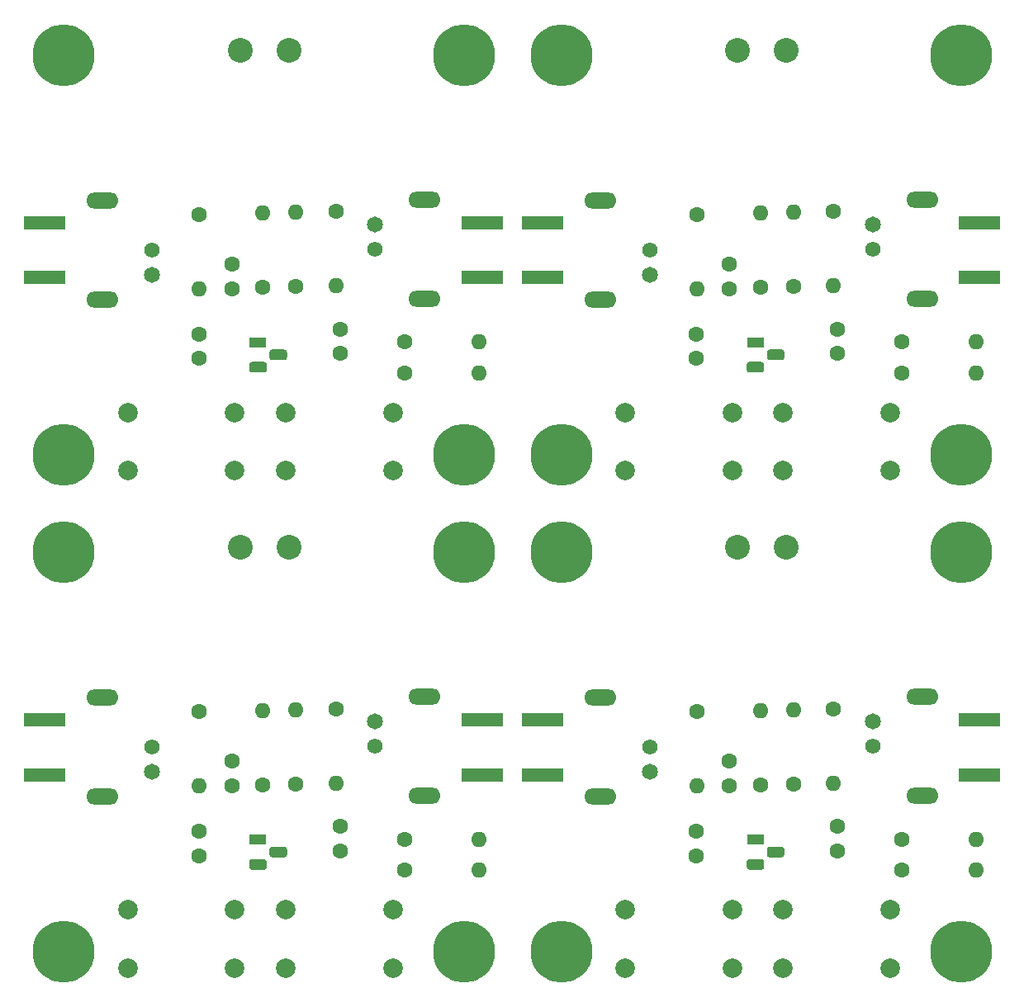
<source format=gbs>
%MOIN*%
%OFA0B0*%
%FSLAX46Y46*%
%IPPOS*%
%LPD*%
%ADD10C,0.25*%
%ADD11C,0.062992125984251982*%
%ADD12C,0.062*%
%ADD13C,0.065*%
%ADD14O,0.13X0.065*%
%ADD15R,0.070866141732283464X0.043307086614173235*%
%ADD16O,0.062992125984251982X0.062992125984251982*%
%ADD17C,0.07874015748031496*%
%ADD18R,0.16535433070866143X0.053149606299212608*%
%ADD19C,0.1*%
%ADD30C,0.25*%
%ADD31C,0.062992125984251982*%
%ADD32C,0.062*%
%ADD33C,0.065*%
%ADD34O,0.13X0.065*%
%ADD35R,0.070866141732283464X0.043307086614173235*%
%ADD36O,0.062992125984251982X0.062992125984251982*%
%ADD37C,0.07874015748031496*%
%ADD38R,0.16535433070866143X0.053149606299212608*%
%ADD39C,0.1*%
%ADD40C,0.25*%
%ADD41C,0.062992125984251982*%
%ADD42C,0.062*%
%ADD43C,0.065*%
%ADD44O,0.13X0.065*%
%ADD45R,0.070866141732283464X0.043307086614173235*%
%ADD46O,0.062992125984251982X0.062992125984251982*%
%ADD47C,0.07874015748031496*%
%ADD48R,0.16535433070866143X0.053149606299212608*%
%ADD49C,0.1*%
%ADD50C,0.25*%
%ADD51C,0.062992125984251982*%
%ADD52C,0.062*%
%ADD53C,0.065*%
%ADD54O,0.13X0.065*%
%ADD55R,0.070866141732283464X0.043307086614173235*%
%ADD56O,0.062992125984251982X0.062992125984251982*%
%ADD57C,0.07874015748031496*%
%ADD58R,0.16535433070866143X0.053149606299212608*%
%ADD59C,0.1*%
G01*
D10*
X-0002600000Y0003329133D02*
X0000157480Y0001771653D03*
X0001771653Y0001771653D03*
X0000157480Y0000157480D03*
X0001771653Y0000157480D03*
D11*
X0000701999Y0000645559D03*
X0000701999Y0000547133D03*
X0001271999Y0000567133D03*
X0001271999Y0000665559D03*
X0000834999Y0000829133D03*
X0000834999Y0000927559D03*
D12*
X0000513999Y0000985133D03*
D13*
X0000513999Y0000885133D03*
D14*
X0000314000Y0000785133D03*
X0000314000Y0001185133D03*
X0001613999Y0000788133D03*
X0001613999Y0001188133D03*
D13*
X0001414000Y0001088133D03*
D12*
X0001414000Y0000988133D03*
G36*
G01*
X0000998141Y0000582787D02*
X0001047354Y0000582787D01*
G75*
G02*
X0001058181Y0000571960J-0000010826D01*
G01*
X0001058181Y0000550307D01*
G75*
G02*
X0001047354Y0000539480I-0000010826D01*
G01*
X0000998141Y0000539480D01*
G75*
G02*
X0000987314Y0000550307J0000010826D01*
G01*
X0000987314Y0000571960D01*
G75*
G02*
X0000998141Y0000582787I0000010826D01*
G01*
G37*
G36*
G01*
X0000916645Y0000532787D02*
X0000965858Y0000532787D01*
G75*
G02*
X0000976685Y0000521960J-0000010826D01*
G01*
X0000976685Y0000500307D01*
G75*
G02*
X0000965858Y0000489480I-0000010826D01*
G01*
X0000916645Y0000489480D01*
G75*
G02*
X0000905818Y0000500307J0000010826D01*
G01*
X0000905818Y0000521960D01*
G75*
G02*
X0000916645Y0000532787I0000010826D01*
G01*
G37*
D15*
X0000941251Y0000611133D03*
D16*
X0001254999Y0000840133D03*
D11*
X0001254999Y0001140133D03*
X0001093999Y0000837133D03*
D16*
X0001093999Y0001137133D03*
X0000960999Y0001133133D03*
D11*
X0000960999Y0000833133D03*
X0000703999Y0001129133D03*
D16*
X0000703999Y0000829133D03*
D11*
X0001531999Y0000489133D03*
D16*
X0001831999Y0000489133D03*
X0001831999Y0000613133D03*
D11*
X0001531999Y0000613133D03*
D17*
X0001051999Y0000093133D03*
X0001485070Y0000093133D03*
X0001051999Y0000329354D03*
X0001485070Y0000329354D03*
X0000848070Y0000329354D03*
X0000414999Y0000329354D03*
X0000848070Y0000093133D03*
X0000414999Y0000093133D03*
D18*
X0000080999Y0001095354D03*
X0000080999Y0000872913D03*
X0001845999Y0001095472D03*
X0001845999Y0000873031D03*
D19*
X0001066850Y0001791133D03*
X0000870000Y0001791133D03*
G04 next file*
G04 Gerber Fmt 4.6, Leading zero omitted, Abs format (unit mm)*
G04 Created by KiCad (PCBNEW (5.1.10)-1) date 2021-09-22 18:06:51*
G01*
G04 APERTURE LIST*
G04 APERTURE END LIST*
D30*
X-0000592125Y0003329133D02*
X0002165354Y0001771653D03*
X0003779527Y0001771653D03*
X0002165354Y0000157480D03*
X0003779527Y0000157480D03*
D31*
X0002709874Y0000645559D03*
X0002709874Y0000547133D03*
X0003279873Y0000567133D03*
X0003279873Y0000665559D03*
X0002842873Y0000829133D03*
X0002842873Y0000927559D03*
D32*
X0002521874Y0000985133D03*
D33*
X0002521874Y0000885133D03*
D34*
X0002321874Y0000785133D03*
X0002321874Y0001185133D03*
X0003621874Y0000788133D03*
X0003621874Y0001188133D03*
D33*
X0003421874Y0001088133D03*
D32*
X0003421874Y0000988133D03*
G36*
G01*
X0003006015Y0000582787D02*
X0003055228Y0000582787D01*
G75*
G02*
X0003066055Y0000571960J-0000010826D01*
G01*
X0003066055Y0000550307D01*
G75*
G02*
X0003055228Y0000539480I-0000010826D01*
G01*
X0003006015Y0000539480D01*
G75*
G02*
X0002995188Y0000550307J0000010826D01*
G01*
X0002995188Y0000571960D01*
G75*
G02*
X0003006015Y0000582787I0000010826D01*
G01*
G37*
G36*
G01*
X0002924519Y0000532787D02*
X0002973732Y0000532787D01*
G75*
G02*
X0002984559Y0000521960J-0000010826D01*
G01*
X0002984559Y0000500307D01*
G75*
G02*
X0002973732Y0000489480I-0000010826D01*
G01*
X0002924519Y0000489480D01*
G75*
G02*
X0002913692Y0000500307J0000010826D01*
G01*
X0002913692Y0000521960D01*
G75*
G02*
X0002924519Y0000532787I0000010826D01*
G01*
G37*
D35*
X0002949125Y0000611133D03*
D36*
X0003262874Y0000840133D03*
D31*
X0003262874Y0001140133D03*
X0003101874Y0000837133D03*
D36*
X0003101874Y0001137133D03*
X0002968873Y0001133133D03*
D31*
X0002968873Y0000833133D03*
X0002711873Y0001129133D03*
D36*
X0002711873Y0000829133D03*
D31*
X0003539873Y0000489133D03*
D36*
X0003839874Y0000489133D03*
X0003839874Y0000613133D03*
D31*
X0003539873Y0000613133D03*
D37*
X0003059874Y0000093133D03*
X0003492944Y0000093133D03*
X0003059874Y0000329354D03*
X0003492944Y0000329354D03*
X0002855944Y0000329354D03*
X0002422874Y0000329354D03*
X0002855944Y0000093133D03*
X0002422874Y0000093133D03*
D38*
X0002088873Y0001095354D03*
X0002088873Y0000872913D03*
X0003853873Y0001095472D03*
X0003853873Y0000873031D03*
D39*
X0003074724Y0001791133D03*
X0002877874Y0001791133D03*
G04 next file*
G04 Gerber Fmt 4.6, Leading zero omitted, Abs format (unit mm)*
G04 Created by KiCad (PCBNEW (5.1.10)-1) date 2021-09-22 18:06:51*
G01*
G04 APERTURE LIST*
G04 APERTURE END LIST*
D40*
X-0002600000Y0005337007D02*
X0000157480Y0003779527D03*
X0001771653Y0003779527D03*
X0000157480Y0002165354D03*
X0001771653Y0002165354D03*
D41*
X0000701999Y0002653433D03*
X0000701999Y0002555007D03*
X0001271999Y0002575007D03*
X0001271999Y0002673433D03*
X0000834999Y0002837007D03*
X0000834999Y0002935433D03*
D42*
X0000513999Y0002993007D03*
D43*
X0000513999Y0002893007D03*
D44*
X0000314000Y0002793007D03*
X0000314000Y0003193007D03*
X0001613999Y0002796007D03*
X0001613999Y0003196007D03*
D43*
X0001414000Y0003096007D03*
D42*
X0001414000Y0002996007D03*
G36*
G01*
X0000998141Y0002590661D02*
X0001047354Y0002590661D01*
G75*
G02*
X0001058181Y0002579834J-0000010826D01*
G01*
X0001058181Y0002558181D01*
G75*
G02*
X0001047354Y0002547354I-0000010826D01*
G01*
X0000998141Y0002547354D01*
G75*
G02*
X0000987314Y0002558181J0000010826D01*
G01*
X0000987314Y0002579834D01*
G75*
G02*
X0000998141Y0002590661I0000010826D01*
G01*
G37*
G36*
G01*
X0000916645Y0002540661D02*
X0000965858Y0002540661D01*
G75*
G02*
X0000976685Y0002529834J-0000010826D01*
G01*
X0000976685Y0002508181D01*
G75*
G02*
X0000965858Y0002497354I-0000010826D01*
G01*
X0000916645Y0002497354D01*
G75*
G02*
X0000905818Y0002508181J0000010826D01*
G01*
X0000905818Y0002529834D01*
G75*
G02*
X0000916645Y0002540661I0000010826D01*
G01*
G37*
D45*
X0000941251Y0002619007D03*
D46*
X0001254999Y0002848007D03*
D41*
X0001254999Y0003148007D03*
X0001093999Y0002845007D03*
D46*
X0001093999Y0003145007D03*
X0000960999Y0003141007D03*
D41*
X0000960999Y0002841007D03*
X0000703999Y0003137007D03*
D46*
X0000703999Y0002837007D03*
D41*
X0001531999Y0002497007D03*
D46*
X0001831999Y0002497007D03*
X0001831999Y0002621007D03*
D41*
X0001531999Y0002621007D03*
D47*
X0001051999Y0002101007D03*
X0001485070Y0002101007D03*
X0001051999Y0002337228D03*
X0001485070Y0002337228D03*
X0000848070Y0002337228D03*
X0000414999Y0002337228D03*
X0000848070Y0002101007D03*
X0000414999Y0002101007D03*
D48*
X0000080999Y0003103228D03*
X0000080999Y0002880787D03*
X0001845999Y0003103346D03*
X0001845999Y0002880905D03*
D49*
X0001066850Y0003799007D03*
X0000870000Y0003799007D03*
G04 next file*
G04 Gerber Fmt 4.6, Leading zero omitted, Abs format (unit mm)*
G04 Created by KiCad (PCBNEW (5.1.10)-1) date 2021-09-22 18:06:51*
G01*
G04 APERTURE LIST*
G04 APERTURE END LIST*
D50*
X-0000592125Y0005337007D02*
X0002165354Y0003779527D03*
X0003779527Y0003779527D03*
X0002165354Y0002165354D03*
X0003779527Y0002165354D03*
D51*
X0002709874Y0002653433D03*
X0002709874Y0002555007D03*
X0003279873Y0002575007D03*
X0003279873Y0002673433D03*
X0002842873Y0002837007D03*
X0002842873Y0002935433D03*
D52*
X0002521874Y0002993007D03*
D53*
X0002521874Y0002893007D03*
D54*
X0002321874Y0002793007D03*
X0002321874Y0003193007D03*
X0003621874Y0002796007D03*
X0003621874Y0003196007D03*
D53*
X0003421874Y0003096007D03*
D52*
X0003421874Y0002996007D03*
G36*
G01*
X0003006015Y0002590661D02*
X0003055228Y0002590661D01*
G75*
G02*
X0003066055Y0002579834J-0000010826D01*
G01*
X0003066055Y0002558181D01*
G75*
G02*
X0003055228Y0002547354I-0000010826D01*
G01*
X0003006015Y0002547354D01*
G75*
G02*
X0002995188Y0002558181J0000010826D01*
G01*
X0002995188Y0002579834D01*
G75*
G02*
X0003006015Y0002590661I0000010826D01*
G01*
G37*
G36*
G01*
X0002924519Y0002540661D02*
X0002973732Y0002540661D01*
G75*
G02*
X0002984559Y0002529834J-0000010826D01*
G01*
X0002984559Y0002508181D01*
G75*
G02*
X0002973732Y0002497354I-0000010826D01*
G01*
X0002924519Y0002497354D01*
G75*
G02*
X0002913692Y0002508181J0000010826D01*
G01*
X0002913692Y0002529834D01*
G75*
G02*
X0002924519Y0002540661I0000010826D01*
G01*
G37*
D55*
X0002949125Y0002619007D03*
D56*
X0003262874Y0002848007D03*
D51*
X0003262874Y0003148007D03*
X0003101874Y0002845007D03*
D56*
X0003101874Y0003145007D03*
X0002968873Y0003141007D03*
D51*
X0002968873Y0002841007D03*
X0002711873Y0003137007D03*
D56*
X0002711873Y0002837007D03*
D51*
X0003539873Y0002497007D03*
D56*
X0003839874Y0002497007D03*
X0003839874Y0002621007D03*
D51*
X0003539873Y0002621007D03*
D57*
X0003059874Y0002101007D03*
X0003492944Y0002101007D03*
X0003059874Y0002337228D03*
X0003492944Y0002337228D03*
X0002855944Y0002337228D03*
X0002422874Y0002337228D03*
X0002855944Y0002101007D03*
X0002422874Y0002101007D03*
D58*
X0002088873Y0003103228D03*
X0002088873Y0002880787D03*
X0003853873Y0003103346D03*
X0003853873Y0002880905D03*
D59*
X0003074724Y0003799007D03*
X0002877874Y0003799007D03*
M02*
</source>
